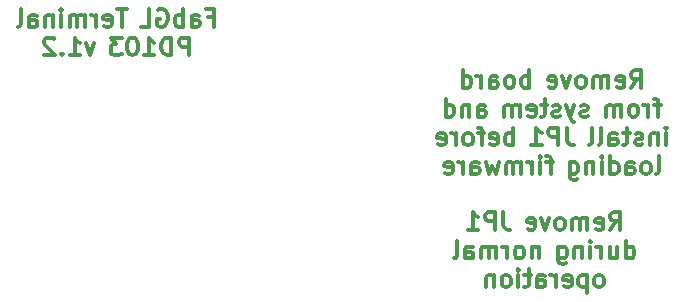
<source format=gbr>
%TF.GenerationSoftware,KiCad,Pcbnew,(7.0.0)*%
%TF.CreationDate,2024-06-02T18:05:14+02:00*%
%TF.ProjectId,rc-fabgl,72632d66-6162-4676-9c2e-6b696361645f,rev?*%
%TF.SameCoordinates,PX9157080PY9071968*%
%TF.FileFunction,Legend,Bot*%
%TF.FilePolarity,Positive*%
%FSLAX46Y46*%
G04 Gerber Fmt 4.6, Leading zero omitted, Abs format (unit mm)*
G04 Created by KiCad (PCBNEW (7.0.0)) date 2024-06-02 18:05:14*
%MOMM*%
%LPD*%
G01*
G04 APERTURE LIST*
%ADD10C,0.300000*%
G04 APERTURE END LIST*
D10*
X66389999Y40254129D02*
X66889999Y40968415D01*
X67247142Y40254129D02*
X67247142Y41754129D01*
X67247142Y41754129D02*
X66675713Y41754129D01*
X66675713Y41754129D02*
X66532856Y41682700D01*
X66532856Y41682700D02*
X66461427Y41611272D01*
X66461427Y41611272D02*
X66389999Y41468415D01*
X66389999Y41468415D02*
X66389999Y41254129D01*
X66389999Y41254129D02*
X66461427Y41111272D01*
X66461427Y41111272D02*
X66532856Y41039843D01*
X66532856Y41039843D02*
X66675713Y40968415D01*
X66675713Y40968415D02*
X67247142Y40968415D01*
X65175713Y40325558D02*
X65318570Y40254129D01*
X65318570Y40254129D02*
X65604285Y40254129D01*
X65604285Y40254129D02*
X65747142Y40325558D01*
X65747142Y40325558D02*
X65818570Y40468415D01*
X65818570Y40468415D02*
X65818570Y41039843D01*
X65818570Y41039843D02*
X65747142Y41182700D01*
X65747142Y41182700D02*
X65604285Y41254129D01*
X65604285Y41254129D02*
X65318570Y41254129D01*
X65318570Y41254129D02*
X65175713Y41182700D01*
X65175713Y41182700D02*
X65104285Y41039843D01*
X65104285Y41039843D02*
X65104285Y40896986D01*
X65104285Y40896986D02*
X65818570Y40754129D01*
X64461428Y40254129D02*
X64461428Y41254129D01*
X64461428Y41111272D02*
X64389999Y41182700D01*
X64389999Y41182700D02*
X64247142Y41254129D01*
X64247142Y41254129D02*
X64032856Y41254129D01*
X64032856Y41254129D02*
X63889999Y41182700D01*
X63889999Y41182700D02*
X63818571Y41039843D01*
X63818571Y41039843D02*
X63818571Y40254129D01*
X63818571Y41039843D02*
X63747142Y41182700D01*
X63747142Y41182700D02*
X63604285Y41254129D01*
X63604285Y41254129D02*
X63389999Y41254129D01*
X63389999Y41254129D02*
X63247142Y41182700D01*
X63247142Y41182700D02*
X63175713Y41039843D01*
X63175713Y41039843D02*
X63175713Y40254129D01*
X62247142Y40254129D02*
X62389999Y40325558D01*
X62389999Y40325558D02*
X62461428Y40396986D01*
X62461428Y40396986D02*
X62532856Y40539843D01*
X62532856Y40539843D02*
X62532856Y40968415D01*
X62532856Y40968415D02*
X62461428Y41111272D01*
X62461428Y41111272D02*
X62389999Y41182700D01*
X62389999Y41182700D02*
X62247142Y41254129D01*
X62247142Y41254129D02*
X62032856Y41254129D01*
X62032856Y41254129D02*
X61889999Y41182700D01*
X61889999Y41182700D02*
X61818571Y41111272D01*
X61818571Y41111272D02*
X61747142Y40968415D01*
X61747142Y40968415D02*
X61747142Y40539843D01*
X61747142Y40539843D02*
X61818571Y40396986D01*
X61818571Y40396986D02*
X61889999Y40325558D01*
X61889999Y40325558D02*
X62032856Y40254129D01*
X62032856Y40254129D02*
X62247142Y40254129D01*
X61247142Y41254129D02*
X60889999Y40254129D01*
X60889999Y40254129D02*
X60532856Y41254129D01*
X59389999Y40325558D02*
X59532856Y40254129D01*
X59532856Y40254129D02*
X59818571Y40254129D01*
X59818571Y40254129D02*
X59961428Y40325558D01*
X59961428Y40325558D02*
X60032856Y40468415D01*
X60032856Y40468415D02*
X60032856Y41039843D01*
X60032856Y41039843D02*
X59961428Y41182700D01*
X59961428Y41182700D02*
X59818571Y41254129D01*
X59818571Y41254129D02*
X59532856Y41254129D01*
X59532856Y41254129D02*
X59389999Y41182700D01*
X59389999Y41182700D02*
X59318571Y41039843D01*
X59318571Y41039843D02*
X59318571Y40896986D01*
X59318571Y40896986D02*
X60032856Y40754129D01*
X57775714Y40254129D02*
X57775714Y41754129D01*
X57775714Y41182700D02*
X57632857Y41254129D01*
X57632857Y41254129D02*
X57347142Y41254129D01*
X57347142Y41254129D02*
X57204285Y41182700D01*
X57204285Y41182700D02*
X57132857Y41111272D01*
X57132857Y41111272D02*
X57061428Y40968415D01*
X57061428Y40968415D02*
X57061428Y40539843D01*
X57061428Y40539843D02*
X57132857Y40396986D01*
X57132857Y40396986D02*
X57204285Y40325558D01*
X57204285Y40325558D02*
X57347142Y40254129D01*
X57347142Y40254129D02*
X57632857Y40254129D01*
X57632857Y40254129D02*
X57775714Y40325558D01*
X56204285Y40254129D02*
X56347142Y40325558D01*
X56347142Y40325558D02*
X56418571Y40396986D01*
X56418571Y40396986D02*
X56489999Y40539843D01*
X56489999Y40539843D02*
X56489999Y40968415D01*
X56489999Y40968415D02*
X56418571Y41111272D01*
X56418571Y41111272D02*
X56347142Y41182700D01*
X56347142Y41182700D02*
X56204285Y41254129D01*
X56204285Y41254129D02*
X55989999Y41254129D01*
X55989999Y41254129D02*
X55847142Y41182700D01*
X55847142Y41182700D02*
X55775714Y41111272D01*
X55775714Y41111272D02*
X55704285Y40968415D01*
X55704285Y40968415D02*
X55704285Y40539843D01*
X55704285Y40539843D02*
X55775714Y40396986D01*
X55775714Y40396986D02*
X55847142Y40325558D01*
X55847142Y40325558D02*
X55989999Y40254129D01*
X55989999Y40254129D02*
X56204285Y40254129D01*
X54418571Y40254129D02*
X54418571Y41039843D01*
X54418571Y41039843D02*
X54489999Y41182700D01*
X54489999Y41182700D02*
X54632856Y41254129D01*
X54632856Y41254129D02*
X54918571Y41254129D01*
X54918571Y41254129D02*
X55061428Y41182700D01*
X54418571Y40325558D02*
X54561428Y40254129D01*
X54561428Y40254129D02*
X54918571Y40254129D01*
X54918571Y40254129D02*
X55061428Y40325558D01*
X55061428Y40325558D02*
X55132856Y40468415D01*
X55132856Y40468415D02*
X55132856Y40611272D01*
X55132856Y40611272D02*
X55061428Y40754129D01*
X55061428Y40754129D02*
X54918571Y40825558D01*
X54918571Y40825558D02*
X54561428Y40825558D01*
X54561428Y40825558D02*
X54418571Y40896986D01*
X53704285Y40254129D02*
X53704285Y41254129D01*
X53704285Y40968415D02*
X53632856Y41111272D01*
X53632856Y41111272D02*
X53561428Y41182700D01*
X53561428Y41182700D02*
X53418570Y41254129D01*
X53418570Y41254129D02*
X53275713Y41254129D01*
X52132857Y40254129D02*
X52132857Y41754129D01*
X52132857Y40325558D02*
X52275714Y40254129D01*
X52275714Y40254129D02*
X52561428Y40254129D01*
X52561428Y40254129D02*
X52704285Y40325558D01*
X52704285Y40325558D02*
X52775714Y40396986D01*
X52775714Y40396986D02*
X52847142Y40539843D01*
X52847142Y40539843D02*
X52847142Y40968415D01*
X52847142Y40968415D02*
X52775714Y41111272D01*
X52775714Y41111272D02*
X52704285Y41182700D01*
X52704285Y41182700D02*
X52561428Y41254129D01*
X52561428Y41254129D02*
X52275714Y41254129D01*
X52275714Y41254129D02*
X52132857Y41182700D01*
X68911428Y38824129D02*
X68340000Y38824129D01*
X68697143Y37824129D02*
X68697143Y39109843D01*
X68697143Y39109843D02*
X68625714Y39252700D01*
X68625714Y39252700D02*
X68482857Y39324129D01*
X68482857Y39324129D02*
X68340000Y39324129D01*
X67840000Y37824129D02*
X67840000Y38824129D01*
X67840000Y38538415D02*
X67768571Y38681272D01*
X67768571Y38681272D02*
X67697143Y38752700D01*
X67697143Y38752700D02*
X67554285Y38824129D01*
X67554285Y38824129D02*
X67411428Y38824129D01*
X66697143Y37824129D02*
X66840000Y37895558D01*
X66840000Y37895558D02*
X66911429Y37966986D01*
X66911429Y37966986D02*
X66982857Y38109843D01*
X66982857Y38109843D02*
X66982857Y38538415D01*
X66982857Y38538415D02*
X66911429Y38681272D01*
X66911429Y38681272D02*
X66840000Y38752700D01*
X66840000Y38752700D02*
X66697143Y38824129D01*
X66697143Y38824129D02*
X66482857Y38824129D01*
X66482857Y38824129D02*
X66340000Y38752700D01*
X66340000Y38752700D02*
X66268572Y38681272D01*
X66268572Y38681272D02*
X66197143Y38538415D01*
X66197143Y38538415D02*
X66197143Y38109843D01*
X66197143Y38109843D02*
X66268572Y37966986D01*
X66268572Y37966986D02*
X66340000Y37895558D01*
X66340000Y37895558D02*
X66482857Y37824129D01*
X66482857Y37824129D02*
X66697143Y37824129D01*
X65554286Y37824129D02*
X65554286Y38824129D01*
X65554286Y38681272D02*
X65482857Y38752700D01*
X65482857Y38752700D02*
X65340000Y38824129D01*
X65340000Y38824129D02*
X65125714Y38824129D01*
X65125714Y38824129D02*
X64982857Y38752700D01*
X64982857Y38752700D02*
X64911429Y38609843D01*
X64911429Y38609843D02*
X64911429Y37824129D01*
X64911429Y38609843D02*
X64840000Y38752700D01*
X64840000Y38752700D02*
X64697143Y38824129D01*
X64697143Y38824129D02*
X64482857Y38824129D01*
X64482857Y38824129D02*
X64340000Y38752700D01*
X64340000Y38752700D02*
X64268571Y38609843D01*
X64268571Y38609843D02*
X64268571Y37824129D01*
X62725714Y37895558D02*
X62582857Y37824129D01*
X62582857Y37824129D02*
X62297143Y37824129D01*
X62297143Y37824129D02*
X62154286Y37895558D01*
X62154286Y37895558D02*
X62082857Y38038415D01*
X62082857Y38038415D02*
X62082857Y38109843D01*
X62082857Y38109843D02*
X62154286Y38252700D01*
X62154286Y38252700D02*
X62297143Y38324129D01*
X62297143Y38324129D02*
X62511429Y38324129D01*
X62511429Y38324129D02*
X62654286Y38395558D01*
X62654286Y38395558D02*
X62725714Y38538415D01*
X62725714Y38538415D02*
X62725714Y38609843D01*
X62725714Y38609843D02*
X62654286Y38752700D01*
X62654286Y38752700D02*
X62511429Y38824129D01*
X62511429Y38824129D02*
X62297143Y38824129D01*
X62297143Y38824129D02*
X62154286Y38752700D01*
X61582857Y38824129D02*
X61225714Y37824129D01*
X60868571Y38824129D02*
X61225714Y37824129D01*
X61225714Y37824129D02*
X61368571Y37466986D01*
X61368571Y37466986D02*
X61440000Y37395558D01*
X61440000Y37395558D02*
X61582857Y37324129D01*
X60368571Y37895558D02*
X60225714Y37824129D01*
X60225714Y37824129D02*
X59940000Y37824129D01*
X59940000Y37824129D02*
X59797143Y37895558D01*
X59797143Y37895558D02*
X59725714Y38038415D01*
X59725714Y38038415D02*
X59725714Y38109843D01*
X59725714Y38109843D02*
X59797143Y38252700D01*
X59797143Y38252700D02*
X59940000Y38324129D01*
X59940000Y38324129D02*
X60154286Y38324129D01*
X60154286Y38324129D02*
X60297143Y38395558D01*
X60297143Y38395558D02*
X60368571Y38538415D01*
X60368571Y38538415D02*
X60368571Y38609843D01*
X60368571Y38609843D02*
X60297143Y38752700D01*
X60297143Y38752700D02*
X60154286Y38824129D01*
X60154286Y38824129D02*
X59940000Y38824129D01*
X59940000Y38824129D02*
X59797143Y38752700D01*
X59297142Y38824129D02*
X58725714Y38824129D01*
X59082857Y39324129D02*
X59082857Y38038415D01*
X59082857Y38038415D02*
X59011428Y37895558D01*
X59011428Y37895558D02*
X58868571Y37824129D01*
X58868571Y37824129D02*
X58725714Y37824129D01*
X57654285Y37895558D02*
X57797142Y37824129D01*
X57797142Y37824129D02*
X58082857Y37824129D01*
X58082857Y37824129D02*
X58225714Y37895558D01*
X58225714Y37895558D02*
X58297142Y38038415D01*
X58297142Y38038415D02*
X58297142Y38609843D01*
X58297142Y38609843D02*
X58225714Y38752700D01*
X58225714Y38752700D02*
X58082857Y38824129D01*
X58082857Y38824129D02*
X57797142Y38824129D01*
X57797142Y38824129D02*
X57654285Y38752700D01*
X57654285Y38752700D02*
X57582857Y38609843D01*
X57582857Y38609843D02*
X57582857Y38466986D01*
X57582857Y38466986D02*
X58297142Y38324129D01*
X56940000Y37824129D02*
X56940000Y38824129D01*
X56940000Y38681272D02*
X56868571Y38752700D01*
X56868571Y38752700D02*
X56725714Y38824129D01*
X56725714Y38824129D02*
X56511428Y38824129D01*
X56511428Y38824129D02*
X56368571Y38752700D01*
X56368571Y38752700D02*
X56297143Y38609843D01*
X56297143Y38609843D02*
X56297143Y37824129D01*
X56297143Y38609843D02*
X56225714Y38752700D01*
X56225714Y38752700D02*
X56082857Y38824129D01*
X56082857Y38824129D02*
X55868571Y38824129D01*
X55868571Y38824129D02*
X55725714Y38752700D01*
X55725714Y38752700D02*
X55654285Y38609843D01*
X55654285Y38609843D02*
X55654285Y37824129D01*
X53397143Y37824129D02*
X53397143Y38609843D01*
X53397143Y38609843D02*
X53468571Y38752700D01*
X53468571Y38752700D02*
X53611428Y38824129D01*
X53611428Y38824129D02*
X53897143Y38824129D01*
X53897143Y38824129D02*
X54040000Y38752700D01*
X53397143Y37895558D02*
X53540000Y37824129D01*
X53540000Y37824129D02*
X53897143Y37824129D01*
X53897143Y37824129D02*
X54040000Y37895558D01*
X54040000Y37895558D02*
X54111428Y38038415D01*
X54111428Y38038415D02*
X54111428Y38181272D01*
X54111428Y38181272D02*
X54040000Y38324129D01*
X54040000Y38324129D02*
X53897143Y38395558D01*
X53897143Y38395558D02*
X53540000Y38395558D01*
X53540000Y38395558D02*
X53397143Y38466986D01*
X52682857Y38824129D02*
X52682857Y37824129D01*
X52682857Y38681272D02*
X52611428Y38752700D01*
X52611428Y38752700D02*
X52468571Y38824129D01*
X52468571Y38824129D02*
X52254285Y38824129D01*
X52254285Y38824129D02*
X52111428Y38752700D01*
X52111428Y38752700D02*
X52040000Y38609843D01*
X52040000Y38609843D02*
X52040000Y37824129D01*
X50682857Y37824129D02*
X50682857Y39324129D01*
X50682857Y37895558D02*
X50825714Y37824129D01*
X50825714Y37824129D02*
X51111428Y37824129D01*
X51111428Y37824129D02*
X51254285Y37895558D01*
X51254285Y37895558D02*
X51325714Y37966986D01*
X51325714Y37966986D02*
X51397142Y38109843D01*
X51397142Y38109843D02*
X51397142Y38538415D01*
X51397142Y38538415D02*
X51325714Y38681272D01*
X51325714Y38681272D02*
X51254285Y38752700D01*
X51254285Y38752700D02*
X51111428Y38824129D01*
X51111428Y38824129D02*
X50825714Y38824129D01*
X50825714Y38824129D02*
X50682857Y38752700D01*
X69339999Y35394129D02*
X69339999Y36394129D01*
X69339999Y36894129D02*
X69411427Y36822700D01*
X69411427Y36822700D02*
X69339999Y36751272D01*
X69339999Y36751272D02*
X69268570Y36822700D01*
X69268570Y36822700D02*
X69339999Y36894129D01*
X69339999Y36894129D02*
X69339999Y36751272D01*
X68625713Y36394129D02*
X68625713Y35394129D01*
X68625713Y36251272D02*
X68554284Y36322700D01*
X68554284Y36322700D02*
X68411427Y36394129D01*
X68411427Y36394129D02*
X68197141Y36394129D01*
X68197141Y36394129D02*
X68054284Y36322700D01*
X68054284Y36322700D02*
X67982856Y36179843D01*
X67982856Y36179843D02*
X67982856Y35394129D01*
X67339998Y35465558D02*
X67197141Y35394129D01*
X67197141Y35394129D02*
X66911427Y35394129D01*
X66911427Y35394129D02*
X66768570Y35465558D01*
X66768570Y35465558D02*
X66697141Y35608415D01*
X66697141Y35608415D02*
X66697141Y35679843D01*
X66697141Y35679843D02*
X66768570Y35822700D01*
X66768570Y35822700D02*
X66911427Y35894129D01*
X66911427Y35894129D02*
X67125713Y35894129D01*
X67125713Y35894129D02*
X67268570Y35965558D01*
X67268570Y35965558D02*
X67339998Y36108415D01*
X67339998Y36108415D02*
X67339998Y36179843D01*
X67339998Y36179843D02*
X67268570Y36322700D01*
X67268570Y36322700D02*
X67125713Y36394129D01*
X67125713Y36394129D02*
X66911427Y36394129D01*
X66911427Y36394129D02*
X66768570Y36322700D01*
X66268569Y36394129D02*
X65697141Y36394129D01*
X66054284Y36894129D02*
X66054284Y35608415D01*
X66054284Y35608415D02*
X65982855Y35465558D01*
X65982855Y35465558D02*
X65839998Y35394129D01*
X65839998Y35394129D02*
X65697141Y35394129D01*
X64554284Y35394129D02*
X64554284Y36179843D01*
X64554284Y36179843D02*
X64625712Y36322700D01*
X64625712Y36322700D02*
X64768569Y36394129D01*
X64768569Y36394129D02*
X65054284Y36394129D01*
X65054284Y36394129D02*
X65197141Y36322700D01*
X64554284Y35465558D02*
X64697141Y35394129D01*
X64697141Y35394129D02*
X65054284Y35394129D01*
X65054284Y35394129D02*
X65197141Y35465558D01*
X65197141Y35465558D02*
X65268569Y35608415D01*
X65268569Y35608415D02*
X65268569Y35751272D01*
X65268569Y35751272D02*
X65197141Y35894129D01*
X65197141Y35894129D02*
X65054284Y35965558D01*
X65054284Y35965558D02*
X64697141Y35965558D01*
X64697141Y35965558D02*
X64554284Y36036986D01*
X63625712Y35394129D02*
X63768569Y35465558D01*
X63768569Y35465558D02*
X63839998Y35608415D01*
X63839998Y35608415D02*
X63839998Y36894129D01*
X62839998Y35394129D02*
X62982855Y35465558D01*
X62982855Y35465558D02*
X63054284Y35608415D01*
X63054284Y35608415D02*
X63054284Y36894129D01*
X60939998Y36894129D02*
X60939998Y35822700D01*
X60939998Y35822700D02*
X61011427Y35608415D01*
X61011427Y35608415D02*
X61154284Y35465558D01*
X61154284Y35465558D02*
X61368570Y35394129D01*
X61368570Y35394129D02*
X61511427Y35394129D01*
X60225713Y35394129D02*
X60225713Y36894129D01*
X60225713Y36894129D02*
X59654284Y36894129D01*
X59654284Y36894129D02*
X59511427Y36822700D01*
X59511427Y36822700D02*
X59439998Y36751272D01*
X59439998Y36751272D02*
X59368570Y36608415D01*
X59368570Y36608415D02*
X59368570Y36394129D01*
X59368570Y36394129D02*
X59439998Y36251272D01*
X59439998Y36251272D02*
X59511427Y36179843D01*
X59511427Y36179843D02*
X59654284Y36108415D01*
X59654284Y36108415D02*
X60225713Y36108415D01*
X57939998Y35394129D02*
X58797141Y35394129D01*
X58368570Y35394129D02*
X58368570Y36894129D01*
X58368570Y36894129D02*
X58511427Y36679843D01*
X58511427Y36679843D02*
X58654284Y36536986D01*
X58654284Y36536986D02*
X58797141Y36465558D01*
X56397142Y35394129D02*
X56397142Y36894129D01*
X56397142Y36322700D02*
X56254285Y36394129D01*
X56254285Y36394129D02*
X55968570Y36394129D01*
X55968570Y36394129D02*
X55825713Y36322700D01*
X55825713Y36322700D02*
X55754285Y36251272D01*
X55754285Y36251272D02*
X55682856Y36108415D01*
X55682856Y36108415D02*
X55682856Y35679843D01*
X55682856Y35679843D02*
X55754285Y35536986D01*
X55754285Y35536986D02*
X55825713Y35465558D01*
X55825713Y35465558D02*
X55968570Y35394129D01*
X55968570Y35394129D02*
X56254285Y35394129D01*
X56254285Y35394129D02*
X56397142Y35465558D01*
X54468570Y35465558D02*
X54611427Y35394129D01*
X54611427Y35394129D02*
X54897142Y35394129D01*
X54897142Y35394129D02*
X55039999Y35465558D01*
X55039999Y35465558D02*
X55111427Y35608415D01*
X55111427Y35608415D02*
X55111427Y36179843D01*
X55111427Y36179843D02*
X55039999Y36322700D01*
X55039999Y36322700D02*
X54897142Y36394129D01*
X54897142Y36394129D02*
X54611427Y36394129D01*
X54611427Y36394129D02*
X54468570Y36322700D01*
X54468570Y36322700D02*
X54397142Y36179843D01*
X54397142Y36179843D02*
X54397142Y36036986D01*
X54397142Y36036986D02*
X55111427Y35894129D01*
X53968570Y36394129D02*
X53397142Y36394129D01*
X53754285Y35394129D02*
X53754285Y36679843D01*
X53754285Y36679843D02*
X53682856Y36822700D01*
X53682856Y36822700D02*
X53539999Y36894129D01*
X53539999Y36894129D02*
X53397142Y36894129D01*
X52682856Y35394129D02*
X52825713Y35465558D01*
X52825713Y35465558D02*
X52897142Y35536986D01*
X52897142Y35536986D02*
X52968570Y35679843D01*
X52968570Y35679843D02*
X52968570Y36108415D01*
X52968570Y36108415D02*
X52897142Y36251272D01*
X52897142Y36251272D02*
X52825713Y36322700D01*
X52825713Y36322700D02*
X52682856Y36394129D01*
X52682856Y36394129D02*
X52468570Y36394129D01*
X52468570Y36394129D02*
X52325713Y36322700D01*
X52325713Y36322700D02*
X52254285Y36251272D01*
X52254285Y36251272D02*
X52182856Y36108415D01*
X52182856Y36108415D02*
X52182856Y35679843D01*
X52182856Y35679843D02*
X52254285Y35536986D01*
X52254285Y35536986D02*
X52325713Y35465558D01*
X52325713Y35465558D02*
X52468570Y35394129D01*
X52468570Y35394129D02*
X52682856Y35394129D01*
X51539999Y35394129D02*
X51539999Y36394129D01*
X51539999Y36108415D02*
X51468570Y36251272D01*
X51468570Y36251272D02*
X51397142Y36322700D01*
X51397142Y36322700D02*
X51254284Y36394129D01*
X51254284Y36394129D02*
X51111427Y36394129D01*
X50039999Y35465558D02*
X50182856Y35394129D01*
X50182856Y35394129D02*
X50468571Y35394129D01*
X50468571Y35394129D02*
X50611428Y35465558D01*
X50611428Y35465558D02*
X50682856Y35608415D01*
X50682856Y35608415D02*
X50682856Y36179843D01*
X50682856Y36179843D02*
X50611428Y36322700D01*
X50611428Y36322700D02*
X50468571Y36394129D01*
X50468571Y36394129D02*
X50182856Y36394129D01*
X50182856Y36394129D02*
X50039999Y36322700D01*
X50039999Y36322700D02*
X49968571Y36179843D01*
X49968571Y36179843D02*
X49968571Y36036986D01*
X49968571Y36036986D02*
X50682856Y35894129D01*
X68532857Y32964129D02*
X68675714Y33035558D01*
X68675714Y33035558D02*
X68747143Y33178415D01*
X68747143Y33178415D02*
X68747143Y34464129D01*
X67747143Y32964129D02*
X67890000Y33035558D01*
X67890000Y33035558D02*
X67961429Y33106986D01*
X67961429Y33106986D02*
X68032857Y33249843D01*
X68032857Y33249843D02*
X68032857Y33678415D01*
X68032857Y33678415D02*
X67961429Y33821272D01*
X67961429Y33821272D02*
X67890000Y33892700D01*
X67890000Y33892700D02*
X67747143Y33964129D01*
X67747143Y33964129D02*
X67532857Y33964129D01*
X67532857Y33964129D02*
X67390000Y33892700D01*
X67390000Y33892700D02*
X67318572Y33821272D01*
X67318572Y33821272D02*
X67247143Y33678415D01*
X67247143Y33678415D02*
X67247143Y33249843D01*
X67247143Y33249843D02*
X67318572Y33106986D01*
X67318572Y33106986D02*
X67390000Y33035558D01*
X67390000Y33035558D02*
X67532857Y32964129D01*
X67532857Y32964129D02*
X67747143Y32964129D01*
X65961429Y32964129D02*
X65961429Y33749843D01*
X65961429Y33749843D02*
X66032857Y33892700D01*
X66032857Y33892700D02*
X66175714Y33964129D01*
X66175714Y33964129D02*
X66461429Y33964129D01*
X66461429Y33964129D02*
X66604286Y33892700D01*
X65961429Y33035558D02*
X66104286Y32964129D01*
X66104286Y32964129D02*
X66461429Y32964129D01*
X66461429Y32964129D02*
X66604286Y33035558D01*
X66604286Y33035558D02*
X66675714Y33178415D01*
X66675714Y33178415D02*
X66675714Y33321272D01*
X66675714Y33321272D02*
X66604286Y33464129D01*
X66604286Y33464129D02*
X66461429Y33535558D01*
X66461429Y33535558D02*
X66104286Y33535558D01*
X66104286Y33535558D02*
X65961429Y33606986D01*
X64604286Y32964129D02*
X64604286Y34464129D01*
X64604286Y33035558D02*
X64747143Y32964129D01*
X64747143Y32964129D02*
X65032857Y32964129D01*
X65032857Y32964129D02*
X65175714Y33035558D01*
X65175714Y33035558D02*
X65247143Y33106986D01*
X65247143Y33106986D02*
X65318571Y33249843D01*
X65318571Y33249843D02*
X65318571Y33678415D01*
X65318571Y33678415D02*
X65247143Y33821272D01*
X65247143Y33821272D02*
X65175714Y33892700D01*
X65175714Y33892700D02*
X65032857Y33964129D01*
X65032857Y33964129D02*
X64747143Y33964129D01*
X64747143Y33964129D02*
X64604286Y33892700D01*
X63890000Y32964129D02*
X63890000Y33964129D01*
X63890000Y34464129D02*
X63961428Y34392700D01*
X63961428Y34392700D02*
X63890000Y34321272D01*
X63890000Y34321272D02*
X63818571Y34392700D01*
X63818571Y34392700D02*
X63890000Y34464129D01*
X63890000Y34464129D02*
X63890000Y34321272D01*
X63175714Y33964129D02*
X63175714Y32964129D01*
X63175714Y33821272D02*
X63104285Y33892700D01*
X63104285Y33892700D02*
X62961428Y33964129D01*
X62961428Y33964129D02*
X62747142Y33964129D01*
X62747142Y33964129D02*
X62604285Y33892700D01*
X62604285Y33892700D02*
X62532857Y33749843D01*
X62532857Y33749843D02*
X62532857Y32964129D01*
X61175714Y33964129D02*
X61175714Y32749843D01*
X61175714Y32749843D02*
X61247142Y32606986D01*
X61247142Y32606986D02*
X61318571Y32535558D01*
X61318571Y32535558D02*
X61461428Y32464129D01*
X61461428Y32464129D02*
X61675714Y32464129D01*
X61675714Y32464129D02*
X61818571Y32535558D01*
X61175714Y33035558D02*
X61318571Y32964129D01*
X61318571Y32964129D02*
X61604285Y32964129D01*
X61604285Y32964129D02*
X61747142Y33035558D01*
X61747142Y33035558D02*
X61818571Y33106986D01*
X61818571Y33106986D02*
X61889999Y33249843D01*
X61889999Y33249843D02*
X61889999Y33678415D01*
X61889999Y33678415D02*
X61818571Y33821272D01*
X61818571Y33821272D02*
X61747142Y33892700D01*
X61747142Y33892700D02*
X61604285Y33964129D01*
X61604285Y33964129D02*
X61318571Y33964129D01*
X61318571Y33964129D02*
X61175714Y33892700D01*
X59775713Y33964129D02*
X59204285Y33964129D01*
X59561428Y32964129D02*
X59561428Y34249843D01*
X59561428Y34249843D02*
X59489999Y34392700D01*
X59489999Y34392700D02*
X59347142Y34464129D01*
X59347142Y34464129D02*
X59204285Y34464129D01*
X58704285Y32964129D02*
X58704285Y33964129D01*
X58704285Y34464129D02*
X58775713Y34392700D01*
X58775713Y34392700D02*
X58704285Y34321272D01*
X58704285Y34321272D02*
X58632856Y34392700D01*
X58632856Y34392700D02*
X58704285Y34464129D01*
X58704285Y34464129D02*
X58704285Y34321272D01*
X57989999Y32964129D02*
X57989999Y33964129D01*
X57989999Y33678415D02*
X57918570Y33821272D01*
X57918570Y33821272D02*
X57847142Y33892700D01*
X57847142Y33892700D02*
X57704284Y33964129D01*
X57704284Y33964129D02*
X57561427Y33964129D01*
X57061428Y32964129D02*
X57061428Y33964129D01*
X57061428Y33821272D02*
X56989999Y33892700D01*
X56989999Y33892700D02*
X56847142Y33964129D01*
X56847142Y33964129D02*
X56632856Y33964129D01*
X56632856Y33964129D02*
X56489999Y33892700D01*
X56489999Y33892700D02*
X56418571Y33749843D01*
X56418571Y33749843D02*
X56418571Y32964129D01*
X56418571Y33749843D02*
X56347142Y33892700D01*
X56347142Y33892700D02*
X56204285Y33964129D01*
X56204285Y33964129D02*
X55989999Y33964129D01*
X55989999Y33964129D02*
X55847142Y33892700D01*
X55847142Y33892700D02*
X55775713Y33749843D01*
X55775713Y33749843D02*
X55775713Y32964129D01*
X55204285Y33964129D02*
X54918571Y32964129D01*
X54918571Y32964129D02*
X54632856Y33678415D01*
X54632856Y33678415D02*
X54347142Y32964129D01*
X54347142Y32964129D02*
X54061428Y33964129D01*
X52847142Y32964129D02*
X52847142Y33749843D01*
X52847142Y33749843D02*
X52918570Y33892700D01*
X52918570Y33892700D02*
X53061427Y33964129D01*
X53061427Y33964129D02*
X53347142Y33964129D01*
X53347142Y33964129D02*
X53489999Y33892700D01*
X52847142Y33035558D02*
X52989999Y32964129D01*
X52989999Y32964129D02*
X53347142Y32964129D01*
X53347142Y32964129D02*
X53489999Y33035558D01*
X53489999Y33035558D02*
X53561427Y33178415D01*
X53561427Y33178415D02*
X53561427Y33321272D01*
X53561427Y33321272D02*
X53489999Y33464129D01*
X53489999Y33464129D02*
X53347142Y33535558D01*
X53347142Y33535558D02*
X52989999Y33535558D01*
X52989999Y33535558D02*
X52847142Y33606986D01*
X52132856Y32964129D02*
X52132856Y33964129D01*
X52132856Y33678415D02*
X52061427Y33821272D01*
X52061427Y33821272D02*
X51989999Y33892700D01*
X51989999Y33892700D02*
X51847141Y33964129D01*
X51847141Y33964129D02*
X51704284Y33964129D01*
X50632856Y33035558D02*
X50775713Y32964129D01*
X50775713Y32964129D02*
X51061428Y32964129D01*
X51061428Y32964129D02*
X51204285Y33035558D01*
X51204285Y33035558D02*
X51275713Y33178415D01*
X51275713Y33178415D02*
X51275713Y33749843D01*
X51275713Y33749843D02*
X51204285Y33892700D01*
X51204285Y33892700D02*
X51061428Y33964129D01*
X51061428Y33964129D02*
X50775713Y33964129D01*
X50775713Y33964129D02*
X50632856Y33892700D01*
X50632856Y33892700D02*
X50561428Y33749843D01*
X50561428Y33749843D02*
X50561428Y33606986D01*
X50561428Y33606986D02*
X51275713Y33464129D01*
X64612142Y28244129D02*
X65112142Y28958415D01*
X65469285Y28244129D02*
X65469285Y29744129D01*
X65469285Y29744129D02*
X64897856Y29744129D01*
X64897856Y29744129D02*
X64754999Y29672700D01*
X64754999Y29672700D02*
X64683570Y29601272D01*
X64683570Y29601272D02*
X64612142Y29458415D01*
X64612142Y29458415D02*
X64612142Y29244129D01*
X64612142Y29244129D02*
X64683570Y29101272D01*
X64683570Y29101272D02*
X64754999Y29029843D01*
X64754999Y29029843D02*
X64897856Y28958415D01*
X64897856Y28958415D02*
X65469285Y28958415D01*
X63397856Y28315558D02*
X63540713Y28244129D01*
X63540713Y28244129D02*
X63826428Y28244129D01*
X63826428Y28244129D02*
X63969285Y28315558D01*
X63969285Y28315558D02*
X64040713Y28458415D01*
X64040713Y28458415D02*
X64040713Y29029843D01*
X64040713Y29029843D02*
X63969285Y29172700D01*
X63969285Y29172700D02*
X63826428Y29244129D01*
X63826428Y29244129D02*
X63540713Y29244129D01*
X63540713Y29244129D02*
X63397856Y29172700D01*
X63397856Y29172700D02*
X63326428Y29029843D01*
X63326428Y29029843D02*
X63326428Y28886986D01*
X63326428Y28886986D02*
X64040713Y28744129D01*
X62683571Y28244129D02*
X62683571Y29244129D01*
X62683571Y29101272D02*
X62612142Y29172700D01*
X62612142Y29172700D02*
X62469285Y29244129D01*
X62469285Y29244129D02*
X62254999Y29244129D01*
X62254999Y29244129D02*
X62112142Y29172700D01*
X62112142Y29172700D02*
X62040714Y29029843D01*
X62040714Y29029843D02*
X62040714Y28244129D01*
X62040714Y29029843D02*
X61969285Y29172700D01*
X61969285Y29172700D02*
X61826428Y29244129D01*
X61826428Y29244129D02*
X61612142Y29244129D01*
X61612142Y29244129D02*
X61469285Y29172700D01*
X61469285Y29172700D02*
X61397856Y29029843D01*
X61397856Y29029843D02*
X61397856Y28244129D01*
X60469285Y28244129D02*
X60612142Y28315558D01*
X60612142Y28315558D02*
X60683571Y28386986D01*
X60683571Y28386986D02*
X60754999Y28529843D01*
X60754999Y28529843D02*
X60754999Y28958415D01*
X60754999Y28958415D02*
X60683571Y29101272D01*
X60683571Y29101272D02*
X60612142Y29172700D01*
X60612142Y29172700D02*
X60469285Y29244129D01*
X60469285Y29244129D02*
X60254999Y29244129D01*
X60254999Y29244129D02*
X60112142Y29172700D01*
X60112142Y29172700D02*
X60040714Y29101272D01*
X60040714Y29101272D02*
X59969285Y28958415D01*
X59969285Y28958415D02*
X59969285Y28529843D01*
X59969285Y28529843D02*
X60040714Y28386986D01*
X60040714Y28386986D02*
X60112142Y28315558D01*
X60112142Y28315558D02*
X60254999Y28244129D01*
X60254999Y28244129D02*
X60469285Y28244129D01*
X59469285Y29244129D02*
X59112142Y28244129D01*
X59112142Y28244129D02*
X58754999Y29244129D01*
X57612142Y28315558D02*
X57754999Y28244129D01*
X57754999Y28244129D02*
X58040714Y28244129D01*
X58040714Y28244129D02*
X58183571Y28315558D01*
X58183571Y28315558D02*
X58254999Y28458415D01*
X58254999Y28458415D02*
X58254999Y29029843D01*
X58254999Y29029843D02*
X58183571Y29172700D01*
X58183571Y29172700D02*
X58040714Y29244129D01*
X58040714Y29244129D02*
X57754999Y29244129D01*
X57754999Y29244129D02*
X57612142Y29172700D01*
X57612142Y29172700D02*
X57540714Y29029843D01*
X57540714Y29029843D02*
X57540714Y28886986D01*
X57540714Y28886986D02*
X58254999Y28744129D01*
X55569285Y29744129D02*
X55569285Y28672700D01*
X55569285Y28672700D02*
X55640714Y28458415D01*
X55640714Y28458415D02*
X55783571Y28315558D01*
X55783571Y28315558D02*
X55997857Y28244129D01*
X55997857Y28244129D02*
X56140714Y28244129D01*
X54855000Y28244129D02*
X54855000Y29744129D01*
X54855000Y29744129D02*
X54283571Y29744129D01*
X54283571Y29744129D02*
X54140714Y29672700D01*
X54140714Y29672700D02*
X54069285Y29601272D01*
X54069285Y29601272D02*
X53997857Y29458415D01*
X53997857Y29458415D02*
X53997857Y29244129D01*
X53997857Y29244129D02*
X54069285Y29101272D01*
X54069285Y29101272D02*
X54140714Y29029843D01*
X54140714Y29029843D02*
X54283571Y28958415D01*
X54283571Y28958415D02*
X54855000Y28958415D01*
X52569285Y28244129D02*
X53426428Y28244129D01*
X52997857Y28244129D02*
X52997857Y29744129D01*
X52997857Y29744129D02*
X53140714Y29529843D01*
X53140714Y29529843D02*
X53283571Y29386986D01*
X53283571Y29386986D02*
X53426428Y29315558D01*
X65933571Y25814129D02*
X65933571Y27314129D01*
X65933571Y25885558D02*
X66076428Y25814129D01*
X66076428Y25814129D02*
X66362142Y25814129D01*
X66362142Y25814129D02*
X66504999Y25885558D01*
X66504999Y25885558D02*
X66576428Y25956986D01*
X66576428Y25956986D02*
X66647856Y26099843D01*
X66647856Y26099843D02*
X66647856Y26528415D01*
X66647856Y26528415D02*
X66576428Y26671272D01*
X66576428Y26671272D02*
X66504999Y26742700D01*
X66504999Y26742700D02*
X66362142Y26814129D01*
X66362142Y26814129D02*
X66076428Y26814129D01*
X66076428Y26814129D02*
X65933571Y26742700D01*
X64576428Y26814129D02*
X64576428Y25814129D01*
X65219285Y26814129D02*
X65219285Y26028415D01*
X65219285Y26028415D02*
X65147856Y25885558D01*
X65147856Y25885558D02*
X65004999Y25814129D01*
X65004999Y25814129D02*
X64790713Y25814129D01*
X64790713Y25814129D02*
X64647856Y25885558D01*
X64647856Y25885558D02*
X64576428Y25956986D01*
X63862142Y25814129D02*
X63862142Y26814129D01*
X63862142Y26528415D02*
X63790713Y26671272D01*
X63790713Y26671272D02*
X63719285Y26742700D01*
X63719285Y26742700D02*
X63576427Y26814129D01*
X63576427Y26814129D02*
X63433570Y26814129D01*
X62933571Y25814129D02*
X62933571Y26814129D01*
X62933571Y27314129D02*
X63004999Y27242700D01*
X63004999Y27242700D02*
X62933571Y27171272D01*
X62933571Y27171272D02*
X62862142Y27242700D01*
X62862142Y27242700D02*
X62933571Y27314129D01*
X62933571Y27314129D02*
X62933571Y27171272D01*
X62219285Y26814129D02*
X62219285Y25814129D01*
X62219285Y26671272D02*
X62147856Y26742700D01*
X62147856Y26742700D02*
X62004999Y26814129D01*
X62004999Y26814129D02*
X61790713Y26814129D01*
X61790713Y26814129D02*
X61647856Y26742700D01*
X61647856Y26742700D02*
X61576428Y26599843D01*
X61576428Y26599843D02*
X61576428Y25814129D01*
X60219285Y26814129D02*
X60219285Y25599843D01*
X60219285Y25599843D02*
X60290713Y25456986D01*
X60290713Y25456986D02*
X60362142Y25385558D01*
X60362142Y25385558D02*
X60504999Y25314129D01*
X60504999Y25314129D02*
X60719285Y25314129D01*
X60719285Y25314129D02*
X60862142Y25385558D01*
X60219285Y25885558D02*
X60362142Y25814129D01*
X60362142Y25814129D02*
X60647856Y25814129D01*
X60647856Y25814129D02*
X60790713Y25885558D01*
X60790713Y25885558D02*
X60862142Y25956986D01*
X60862142Y25956986D02*
X60933570Y26099843D01*
X60933570Y26099843D02*
X60933570Y26528415D01*
X60933570Y26528415D02*
X60862142Y26671272D01*
X60862142Y26671272D02*
X60790713Y26742700D01*
X60790713Y26742700D02*
X60647856Y26814129D01*
X60647856Y26814129D02*
X60362142Y26814129D01*
X60362142Y26814129D02*
X60219285Y26742700D01*
X58604999Y26814129D02*
X58604999Y25814129D01*
X58604999Y26671272D02*
X58533570Y26742700D01*
X58533570Y26742700D02*
X58390713Y26814129D01*
X58390713Y26814129D02*
X58176427Y26814129D01*
X58176427Y26814129D02*
X58033570Y26742700D01*
X58033570Y26742700D02*
X57962142Y26599843D01*
X57962142Y26599843D02*
X57962142Y25814129D01*
X57033570Y25814129D02*
X57176427Y25885558D01*
X57176427Y25885558D02*
X57247856Y25956986D01*
X57247856Y25956986D02*
X57319284Y26099843D01*
X57319284Y26099843D02*
X57319284Y26528415D01*
X57319284Y26528415D02*
X57247856Y26671272D01*
X57247856Y26671272D02*
X57176427Y26742700D01*
X57176427Y26742700D02*
X57033570Y26814129D01*
X57033570Y26814129D02*
X56819284Y26814129D01*
X56819284Y26814129D02*
X56676427Y26742700D01*
X56676427Y26742700D02*
X56604999Y26671272D01*
X56604999Y26671272D02*
X56533570Y26528415D01*
X56533570Y26528415D02*
X56533570Y26099843D01*
X56533570Y26099843D02*
X56604999Y25956986D01*
X56604999Y25956986D02*
X56676427Y25885558D01*
X56676427Y25885558D02*
X56819284Y25814129D01*
X56819284Y25814129D02*
X57033570Y25814129D01*
X55890713Y25814129D02*
X55890713Y26814129D01*
X55890713Y26528415D02*
X55819284Y26671272D01*
X55819284Y26671272D02*
X55747856Y26742700D01*
X55747856Y26742700D02*
X55604998Y26814129D01*
X55604998Y26814129D02*
X55462141Y26814129D01*
X54962142Y25814129D02*
X54962142Y26814129D01*
X54962142Y26671272D02*
X54890713Y26742700D01*
X54890713Y26742700D02*
X54747856Y26814129D01*
X54747856Y26814129D02*
X54533570Y26814129D01*
X54533570Y26814129D02*
X54390713Y26742700D01*
X54390713Y26742700D02*
X54319285Y26599843D01*
X54319285Y26599843D02*
X54319285Y25814129D01*
X54319285Y26599843D02*
X54247856Y26742700D01*
X54247856Y26742700D02*
X54104999Y26814129D01*
X54104999Y26814129D02*
X53890713Y26814129D01*
X53890713Y26814129D02*
X53747856Y26742700D01*
X53747856Y26742700D02*
X53676427Y26599843D01*
X53676427Y26599843D02*
X53676427Y25814129D01*
X52319285Y25814129D02*
X52319285Y26599843D01*
X52319285Y26599843D02*
X52390713Y26742700D01*
X52390713Y26742700D02*
X52533570Y26814129D01*
X52533570Y26814129D02*
X52819285Y26814129D01*
X52819285Y26814129D02*
X52962142Y26742700D01*
X52319285Y25885558D02*
X52462142Y25814129D01*
X52462142Y25814129D02*
X52819285Y25814129D01*
X52819285Y25814129D02*
X52962142Y25885558D01*
X52962142Y25885558D02*
X53033570Y26028415D01*
X53033570Y26028415D02*
X53033570Y26171272D01*
X53033570Y26171272D02*
X52962142Y26314129D01*
X52962142Y26314129D02*
X52819285Y26385558D01*
X52819285Y26385558D02*
X52462142Y26385558D01*
X52462142Y26385558D02*
X52319285Y26456986D01*
X51390713Y25814129D02*
X51533570Y25885558D01*
X51533570Y25885558D02*
X51604999Y26028415D01*
X51604999Y26028415D02*
X51604999Y27314129D01*
X63769285Y23384129D02*
X63912142Y23455558D01*
X63912142Y23455558D02*
X63983571Y23526986D01*
X63983571Y23526986D02*
X64054999Y23669843D01*
X64054999Y23669843D02*
X64054999Y24098415D01*
X64054999Y24098415D02*
X63983571Y24241272D01*
X63983571Y24241272D02*
X63912142Y24312700D01*
X63912142Y24312700D02*
X63769285Y24384129D01*
X63769285Y24384129D02*
X63554999Y24384129D01*
X63554999Y24384129D02*
X63412142Y24312700D01*
X63412142Y24312700D02*
X63340714Y24241272D01*
X63340714Y24241272D02*
X63269285Y24098415D01*
X63269285Y24098415D02*
X63269285Y23669843D01*
X63269285Y23669843D02*
X63340714Y23526986D01*
X63340714Y23526986D02*
X63412142Y23455558D01*
X63412142Y23455558D02*
X63554999Y23384129D01*
X63554999Y23384129D02*
X63769285Y23384129D01*
X62626428Y24384129D02*
X62626428Y22884129D01*
X62626428Y24312700D02*
X62483571Y24384129D01*
X62483571Y24384129D02*
X62197856Y24384129D01*
X62197856Y24384129D02*
X62054999Y24312700D01*
X62054999Y24312700D02*
X61983571Y24241272D01*
X61983571Y24241272D02*
X61912142Y24098415D01*
X61912142Y24098415D02*
X61912142Y23669843D01*
X61912142Y23669843D02*
X61983571Y23526986D01*
X61983571Y23526986D02*
X62054999Y23455558D01*
X62054999Y23455558D02*
X62197856Y23384129D01*
X62197856Y23384129D02*
X62483571Y23384129D01*
X62483571Y23384129D02*
X62626428Y23455558D01*
X60697856Y23455558D02*
X60840713Y23384129D01*
X60840713Y23384129D02*
X61126428Y23384129D01*
X61126428Y23384129D02*
X61269285Y23455558D01*
X61269285Y23455558D02*
X61340713Y23598415D01*
X61340713Y23598415D02*
X61340713Y24169843D01*
X61340713Y24169843D02*
X61269285Y24312700D01*
X61269285Y24312700D02*
X61126428Y24384129D01*
X61126428Y24384129D02*
X60840713Y24384129D01*
X60840713Y24384129D02*
X60697856Y24312700D01*
X60697856Y24312700D02*
X60626428Y24169843D01*
X60626428Y24169843D02*
X60626428Y24026986D01*
X60626428Y24026986D02*
X61340713Y23884129D01*
X59983571Y23384129D02*
X59983571Y24384129D01*
X59983571Y24098415D02*
X59912142Y24241272D01*
X59912142Y24241272D02*
X59840714Y24312700D01*
X59840714Y24312700D02*
X59697856Y24384129D01*
X59697856Y24384129D02*
X59554999Y24384129D01*
X58412143Y23384129D02*
X58412143Y24169843D01*
X58412143Y24169843D02*
X58483571Y24312700D01*
X58483571Y24312700D02*
X58626428Y24384129D01*
X58626428Y24384129D02*
X58912143Y24384129D01*
X58912143Y24384129D02*
X59055000Y24312700D01*
X58412143Y23455558D02*
X58555000Y23384129D01*
X58555000Y23384129D02*
X58912143Y23384129D01*
X58912143Y23384129D02*
X59055000Y23455558D01*
X59055000Y23455558D02*
X59126428Y23598415D01*
X59126428Y23598415D02*
X59126428Y23741272D01*
X59126428Y23741272D02*
X59055000Y23884129D01*
X59055000Y23884129D02*
X58912143Y23955558D01*
X58912143Y23955558D02*
X58555000Y23955558D01*
X58555000Y23955558D02*
X58412143Y24026986D01*
X57912142Y24384129D02*
X57340714Y24384129D01*
X57697857Y24884129D02*
X57697857Y23598415D01*
X57697857Y23598415D02*
X57626428Y23455558D01*
X57626428Y23455558D02*
X57483571Y23384129D01*
X57483571Y23384129D02*
X57340714Y23384129D01*
X56840714Y23384129D02*
X56840714Y24384129D01*
X56840714Y24884129D02*
X56912142Y24812700D01*
X56912142Y24812700D02*
X56840714Y24741272D01*
X56840714Y24741272D02*
X56769285Y24812700D01*
X56769285Y24812700D02*
X56840714Y24884129D01*
X56840714Y24884129D02*
X56840714Y24741272D01*
X55912142Y23384129D02*
X56054999Y23455558D01*
X56054999Y23455558D02*
X56126428Y23526986D01*
X56126428Y23526986D02*
X56197856Y23669843D01*
X56197856Y23669843D02*
X56197856Y24098415D01*
X56197856Y24098415D02*
X56126428Y24241272D01*
X56126428Y24241272D02*
X56054999Y24312700D01*
X56054999Y24312700D02*
X55912142Y24384129D01*
X55912142Y24384129D02*
X55697856Y24384129D01*
X55697856Y24384129D02*
X55554999Y24312700D01*
X55554999Y24312700D02*
X55483571Y24241272D01*
X55483571Y24241272D02*
X55412142Y24098415D01*
X55412142Y24098415D02*
X55412142Y23669843D01*
X55412142Y23669843D02*
X55483571Y23526986D01*
X55483571Y23526986D02*
X55554999Y23455558D01*
X55554999Y23455558D02*
X55697856Y23384129D01*
X55697856Y23384129D02*
X55912142Y23384129D01*
X54769285Y24384129D02*
X54769285Y23384129D01*
X54769285Y24241272D02*
X54697856Y24312700D01*
X54697856Y24312700D02*
X54554999Y24384129D01*
X54554999Y24384129D02*
X54340713Y24384129D01*
X54340713Y24384129D02*
X54197856Y24312700D01*
X54197856Y24312700D02*
X54126428Y24169843D01*
X54126428Y24169843D02*
X54126428Y23384129D01*
X30595714Y46229843D02*
X31095714Y46229843D01*
X31095714Y45444129D02*
X31095714Y46944129D01*
X31095714Y46944129D02*
X30381428Y46944129D01*
X29167143Y45444129D02*
X29167143Y46229843D01*
X29167143Y46229843D02*
X29238571Y46372700D01*
X29238571Y46372700D02*
X29381428Y46444129D01*
X29381428Y46444129D02*
X29667143Y46444129D01*
X29667143Y46444129D02*
X29810000Y46372700D01*
X29167143Y45515558D02*
X29310000Y45444129D01*
X29310000Y45444129D02*
X29667143Y45444129D01*
X29667143Y45444129D02*
X29810000Y45515558D01*
X29810000Y45515558D02*
X29881428Y45658415D01*
X29881428Y45658415D02*
X29881428Y45801272D01*
X29881428Y45801272D02*
X29810000Y45944129D01*
X29810000Y45944129D02*
X29667143Y46015558D01*
X29667143Y46015558D02*
X29310000Y46015558D01*
X29310000Y46015558D02*
X29167143Y46086986D01*
X28452857Y45444129D02*
X28452857Y46944129D01*
X28452857Y46372700D02*
X28310000Y46444129D01*
X28310000Y46444129D02*
X28024285Y46444129D01*
X28024285Y46444129D02*
X27881428Y46372700D01*
X27881428Y46372700D02*
X27810000Y46301272D01*
X27810000Y46301272D02*
X27738571Y46158415D01*
X27738571Y46158415D02*
X27738571Y45729843D01*
X27738571Y45729843D02*
X27810000Y45586986D01*
X27810000Y45586986D02*
X27881428Y45515558D01*
X27881428Y45515558D02*
X28024285Y45444129D01*
X28024285Y45444129D02*
X28310000Y45444129D01*
X28310000Y45444129D02*
X28452857Y45515558D01*
X26309999Y46872700D02*
X26452857Y46944129D01*
X26452857Y46944129D02*
X26667142Y46944129D01*
X26667142Y46944129D02*
X26881428Y46872700D01*
X26881428Y46872700D02*
X27024285Y46729843D01*
X27024285Y46729843D02*
X27095714Y46586986D01*
X27095714Y46586986D02*
X27167142Y46301272D01*
X27167142Y46301272D02*
X27167142Y46086986D01*
X27167142Y46086986D02*
X27095714Y45801272D01*
X27095714Y45801272D02*
X27024285Y45658415D01*
X27024285Y45658415D02*
X26881428Y45515558D01*
X26881428Y45515558D02*
X26667142Y45444129D01*
X26667142Y45444129D02*
X26524285Y45444129D01*
X26524285Y45444129D02*
X26309999Y45515558D01*
X26309999Y45515558D02*
X26238571Y45586986D01*
X26238571Y45586986D02*
X26238571Y46086986D01*
X26238571Y46086986D02*
X26524285Y46086986D01*
X24881428Y45444129D02*
X25595714Y45444129D01*
X25595714Y45444129D02*
X25595714Y46944129D01*
X23695713Y46944129D02*
X22838571Y46944129D01*
X23267142Y45444129D02*
X23267142Y46944129D01*
X21767142Y45515558D02*
X21909999Y45444129D01*
X21909999Y45444129D02*
X22195714Y45444129D01*
X22195714Y45444129D02*
X22338571Y45515558D01*
X22338571Y45515558D02*
X22409999Y45658415D01*
X22409999Y45658415D02*
X22409999Y46229843D01*
X22409999Y46229843D02*
X22338571Y46372700D01*
X22338571Y46372700D02*
X22195714Y46444129D01*
X22195714Y46444129D02*
X21909999Y46444129D01*
X21909999Y46444129D02*
X21767142Y46372700D01*
X21767142Y46372700D02*
X21695714Y46229843D01*
X21695714Y46229843D02*
X21695714Y46086986D01*
X21695714Y46086986D02*
X22409999Y45944129D01*
X21052857Y45444129D02*
X21052857Y46444129D01*
X21052857Y46158415D02*
X20981428Y46301272D01*
X20981428Y46301272D02*
X20910000Y46372700D01*
X20910000Y46372700D02*
X20767142Y46444129D01*
X20767142Y46444129D02*
X20624285Y46444129D01*
X20124286Y45444129D02*
X20124286Y46444129D01*
X20124286Y46301272D02*
X20052857Y46372700D01*
X20052857Y46372700D02*
X19910000Y46444129D01*
X19910000Y46444129D02*
X19695714Y46444129D01*
X19695714Y46444129D02*
X19552857Y46372700D01*
X19552857Y46372700D02*
X19481429Y46229843D01*
X19481429Y46229843D02*
X19481429Y45444129D01*
X19481429Y46229843D02*
X19410000Y46372700D01*
X19410000Y46372700D02*
X19267143Y46444129D01*
X19267143Y46444129D02*
X19052857Y46444129D01*
X19052857Y46444129D02*
X18910000Y46372700D01*
X18910000Y46372700D02*
X18838571Y46229843D01*
X18838571Y46229843D02*
X18838571Y45444129D01*
X18124286Y45444129D02*
X18124286Y46444129D01*
X18124286Y46944129D02*
X18195714Y46872700D01*
X18195714Y46872700D02*
X18124286Y46801272D01*
X18124286Y46801272D02*
X18052857Y46872700D01*
X18052857Y46872700D02*
X18124286Y46944129D01*
X18124286Y46944129D02*
X18124286Y46801272D01*
X17410000Y46444129D02*
X17410000Y45444129D01*
X17410000Y46301272D02*
X17338571Y46372700D01*
X17338571Y46372700D02*
X17195714Y46444129D01*
X17195714Y46444129D02*
X16981428Y46444129D01*
X16981428Y46444129D02*
X16838571Y46372700D01*
X16838571Y46372700D02*
X16767143Y46229843D01*
X16767143Y46229843D02*
X16767143Y45444129D01*
X15410000Y45444129D02*
X15410000Y46229843D01*
X15410000Y46229843D02*
X15481428Y46372700D01*
X15481428Y46372700D02*
X15624285Y46444129D01*
X15624285Y46444129D02*
X15910000Y46444129D01*
X15910000Y46444129D02*
X16052857Y46372700D01*
X15410000Y45515558D02*
X15552857Y45444129D01*
X15552857Y45444129D02*
X15910000Y45444129D01*
X15910000Y45444129D02*
X16052857Y45515558D01*
X16052857Y45515558D02*
X16124285Y45658415D01*
X16124285Y45658415D02*
X16124285Y45801272D01*
X16124285Y45801272D02*
X16052857Y45944129D01*
X16052857Y45944129D02*
X15910000Y46015558D01*
X15910000Y46015558D02*
X15552857Y46015558D01*
X15552857Y46015558D02*
X15410000Y46086986D01*
X14481428Y45444129D02*
X14624285Y45515558D01*
X14624285Y45515558D02*
X14695714Y45658415D01*
X14695714Y45658415D02*
X14695714Y46944129D01*
X28952856Y43014129D02*
X28952856Y44514129D01*
X28952856Y44514129D02*
X28381427Y44514129D01*
X28381427Y44514129D02*
X28238570Y44442700D01*
X28238570Y44442700D02*
X28167141Y44371272D01*
X28167141Y44371272D02*
X28095713Y44228415D01*
X28095713Y44228415D02*
X28095713Y44014129D01*
X28095713Y44014129D02*
X28167141Y43871272D01*
X28167141Y43871272D02*
X28238570Y43799843D01*
X28238570Y43799843D02*
X28381427Y43728415D01*
X28381427Y43728415D02*
X28952856Y43728415D01*
X27452856Y43014129D02*
X27452856Y44514129D01*
X27452856Y44514129D02*
X27095713Y44514129D01*
X27095713Y44514129D02*
X26881427Y44442700D01*
X26881427Y44442700D02*
X26738570Y44299843D01*
X26738570Y44299843D02*
X26667141Y44156986D01*
X26667141Y44156986D02*
X26595713Y43871272D01*
X26595713Y43871272D02*
X26595713Y43656986D01*
X26595713Y43656986D02*
X26667141Y43371272D01*
X26667141Y43371272D02*
X26738570Y43228415D01*
X26738570Y43228415D02*
X26881427Y43085558D01*
X26881427Y43085558D02*
X27095713Y43014129D01*
X27095713Y43014129D02*
X27452856Y43014129D01*
X25167141Y43014129D02*
X26024284Y43014129D01*
X25595713Y43014129D02*
X25595713Y44514129D01*
X25595713Y44514129D02*
X25738570Y44299843D01*
X25738570Y44299843D02*
X25881427Y44156986D01*
X25881427Y44156986D02*
X26024284Y44085558D01*
X24238570Y44514129D02*
X24095713Y44514129D01*
X24095713Y44514129D02*
X23952856Y44442700D01*
X23952856Y44442700D02*
X23881428Y44371272D01*
X23881428Y44371272D02*
X23809999Y44228415D01*
X23809999Y44228415D02*
X23738570Y43942700D01*
X23738570Y43942700D02*
X23738570Y43585558D01*
X23738570Y43585558D02*
X23809999Y43299843D01*
X23809999Y43299843D02*
X23881428Y43156986D01*
X23881428Y43156986D02*
X23952856Y43085558D01*
X23952856Y43085558D02*
X24095713Y43014129D01*
X24095713Y43014129D02*
X24238570Y43014129D01*
X24238570Y43014129D02*
X24381428Y43085558D01*
X24381428Y43085558D02*
X24452856Y43156986D01*
X24452856Y43156986D02*
X24524285Y43299843D01*
X24524285Y43299843D02*
X24595713Y43585558D01*
X24595713Y43585558D02*
X24595713Y43942700D01*
X24595713Y43942700D02*
X24524285Y44228415D01*
X24524285Y44228415D02*
X24452856Y44371272D01*
X24452856Y44371272D02*
X24381428Y44442700D01*
X24381428Y44442700D02*
X24238570Y44514129D01*
X23238571Y44514129D02*
X22309999Y44514129D01*
X22309999Y44514129D02*
X22809999Y43942700D01*
X22809999Y43942700D02*
X22595714Y43942700D01*
X22595714Y43942700D02*
X22452857Y43871272D01*
X22452857Y43871272D02*
X22381428Y43799843D01*
X22381428Y43799843D02*
X22309999Y43656986D01*
X22309999Y43656986D02*
X22309999Y43299843D01*
X22309999Y43299843D02*
X22381428Y43156986D01*
X22381428Y43156986D02*
X22452857Y43085558D01*
X22452857Y43085558D02*
X22595714Y43014129D01*
X22595714Y43014129D02*
X23024285Y43014129D01*
X23024285Y43014129D02*
X23167142Y43085558D01*
X23167142Y43085558D02*
X23238571Y43156986D01*
X20910000Y44014129D02*
X20552857Y43014129D01*
X20552857Y43014129D02*
X20195714Y44014129D01*
X18838571Y43014129D02*
X19695714Y43014129D01*
X19267143Y43014129D02*
X19267143Y44514129D01*
X19267143Y44514129D02*
X19410000Y44299843D01*
X19410000Y44299843D02*
X19552857Y44156986D01*
X19552857Y44156986D02*
X19695714Y44085558D01*
X18195715Y43156986D02*
X18124286Y43085558D01*
X18124286Y43085558D02*
X18195715Y43014129D01*
X18195715Y43014129D02*
X18267143Y43085558D01*
X18267143Y43085558D02*
X18195715Y43156986D01*
X18195715Y43156986D02*
X18195715Y43014129D01*
X17552857Y44371272D02*
X17481429Y44442700D01*
X17481429Y44442700D02*
X17338572Y44514129D01*
X17338572Y44514129D02*
X16981429Y44514129D01*
X16981429Y44514129D02*
X16838572Y44442700D01*
X16838572Y44442700D02*
X16767143Y44371272D01*
X16767143Y44371272D02*
X16695714Y44228415D01*
X16695714Y44228415D02*
X16695714Y44085558D01*
X16695714Y44085558D02*
X16767143Y43871272D01*
X16767143Y43871272D02*
X17624286Y43014129D01*
X17624286Y43014129D02*
X16695714Y43014129D01*
M02*

</source>
